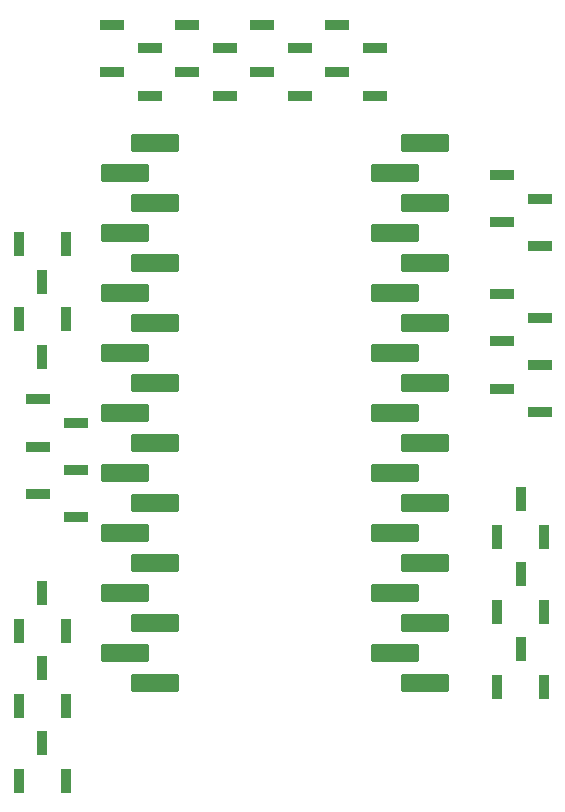
<source format=gbr>
%TF.GenerationSoftware,KiCad,Pcbnew,9.0.5*%
%TF.CreationDate,2025-12-13T17:10:17-05:00*%
%TF.ProjectId,esp32_breakout,65737033-325f-4627-9265-616b6f75742e,rev?*%
%TF.SameCoordinates,Original*%
%TF.FileFunction,Soldermask,Top*%
%TF.FilePolarity,Negative*%
%FSLAX46Y46*%
G04 Gerber Fmt 4.6, Leading zero omitted, Abs format (unit mm)*
G04 Created by KiCad (PCBNEW 9.0.5) date 2025-12-13 17:10:17*
%MOMM*%
%LPD*%
G01*
G04 APERTURE LIST*
G04 Aperture macros list*
%AMRoundRect*
0 Rectangle with rounded corners*
0 $1 Rounding radius*
0 $2 $3 $4 $5 $6 $7 $8 $9 X,Y pos of 4 corners*
0 Add a 4 corners polygon primitive as box body*
4,1,4,$2,$3,$4,$5,$6,$7,$8,$9,$2,$3,0*
0 Add four circle primitives for the rounded corners*
1,1,$1+$1,$2,$3*
1,1,$1+$1,$4,$5*
1,1,$1+$1,$6,$7*
1,1,$1+$1,$8,$9*
0 Add four rect primitives between the rounded corners*
20,1,$1+$1,$2,$3,$4,$5,0*
20,1,$1+$1,$4,$5,$6,$7,0*
20,1,$1+$1,$6,$7,$8,$9,0*
20,1,$1+$1,$8,$9,$2,$3,0*%
G04 Aperture macros list end*
%ADD10R,0.900000X2.000000*%
%ADD11RoundRect,0.102000X-1.905000X-0.635000X1.905000X-0.635000X1.905000X0.635000X-1.905000X0.635000X0*%
%ADD12R,2.000000X0.900000*%
G04 APERTURE END LIST*
D10*
%TO.C,A4*%
X6445000Y-66040000D03*
X4445000Y-62840000D03*
X2445000Y-66040000D03*
%TD*%
%TO.C,A3*%
X6445000Y-59690000D03*
X4445000Y-56490000D03*
X2445000Y-59690000D03*
%TD*%
%TO.C,A2*%
X6445000Y-53340000D03*
X4445000Y-50140000D03*
X2445000Y-53340000D03*
%TD*%
D11*
%TO.C,U1*%
X13970000Y-12065000D03*
X11430000Y-14605000D03*
X13970000Y-17145000D03*
X11430000Y-19685000D03*
X13970000Y-22225000D03*
X11430000Y-24765000D03*
X13970000Y-27305000D03*
X11430000Y-29845000D03*
X13970000Y-32385000D03*
X11430000Y-34925000D03*
X13970000Y-37465000D03*
X11430000Y-40005000D03*
X13970000Y-42545000D03*
X11430000Y-45085000D03*
X13970000Y-47625000D03*
X11430000Y-50165000D03*
X13970000Y-52705000D03*
X11430000Y-55245000D03*
X13970000Y-57785000D03*
X36830000Y-12065000D03*
X34290000Y-14605000D03*
X36830000Y-17145000D03*
X34290000Y-19685000D03*
X36830000Y-22225000D03*
X34290000Y-24765000D03*
X36830000Y-27305000D03*
X34290000Y-29845000D03*
X36830000Y-32385000D03*
X34290000Y-34925000D03*
X36830000Y-37465000D03*
X34290000Y-40005000D03*
X36830000Y-42545000D03*
X34290000Y-45085000D03*
X36830000Y-47625000D03*
X34290000Y-50165000D03*
X36830000Y-52705000D03*
X34290000Y-55245000D03*
X36830000Y-57785000D03*
%TD*%
D12*
%TO.C,J16*%
X7315000Y-43735000D03*
X4115000Y-41735000D03*
X7315000Y-39735000D03*
X4115000Y-37735000D03*
X7315000Y-35735000D03*
X4115000Y-33735000D03*
%TD*%
D10*
%TO.C,J15*%
X6445000Y-26975000D03*
X4445000Y-30175000D03*
X2445000Y-26975000D03*
%TD*%
%TO.C,J14*%
X6445000Y-20625000D03*
X4445000Y-23825000D03*
X2445000Y-20625000D03*
%TD*%
D12*
%TO.C,J12*%
X43334520Y-24823617D03*
X46534520Y-26823617D03*
X43334520Y-28823617D03*
X46534520Y-30823617D03*
X43334520Y-32823617D03*
X46534520Y-34823617D03*
%TD*%
%TO.C,J10*%
X46534520Y-20758617D03*
X43334520Y-18758617D03*
X46534520Y-16758617D03*
X43334520Y-14758617D03*
%TD*%
%TO.C,I2C3*%
X10315000Y-2030000D03*
X13515000Y-4030000D03*
X10315000Y-6030000D03*
X13515000Y-8030000D03*
%TD*%
%TO.C,I2C4*%
X16665000Y-2030000D03*
X19865000Y-4030000D03*
X16665000Y-6030000D03*
X19865000Y-8030000D03*
%TD*%
%TO.C,I2C2*%
X23015000Y-2030000D03*
X26215000Y-4030000D03*
X23015000Y-6030000D03*
X26215000Y-8030000D03*
%TD*%
%TO.C,I2C1*%
X29365000Y-2030000D03*
X32565000Y-4030000D03*
X29365000Y-6030000D03*
X32565000Y-8030000D03*
%TD*%
D10*
%TO.C,A1*%
X42934520Y-58093617D03*
X44934520Y-54893617D03*
X46934520Y-58093617D03*
%TD*%
%TO.C,X2*%
X42934520Y-51743617D03*
X44934520Y-48543617D03*
X46934520Y-51743617D03*
%TD*%
%TO.C,X1*%
X42934520Y-45393617D03*
X44934520Y-42193617D03*
X46934520Y-45393617D03*
%TD*%
M02*

</source>
